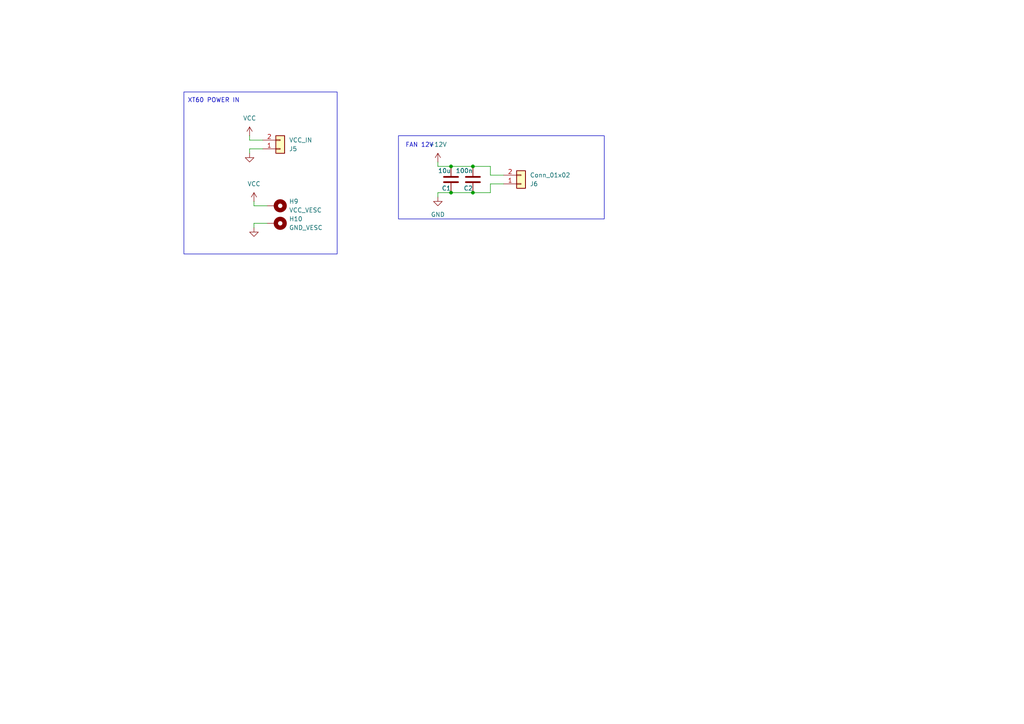
<source format=kicad_sch>
(kicad_sch (version 20250114) (generator "eeschema") (generator_version "9.0")
  (paper "A4")
  (lib_symbols
    (symbol "Connector_Generic:Conn_01x02" (pin_names (offset 1.016) (hide yes))
      (property "Reference" "J" (at 0 2.54 0))
      (property "Value" "Conn_01x02" (at 0 -5.08 0))
      (symbol "Conn_01x02_1_1"
        (rectangle (start -1.27 1.27) (end 1.27 -3.81) (stroke (width 0.254)) (fill (type background)))
        (rectangle (start -1.27 0.127) (end 0 -0.127) (stroke (width 0.1524)))
        (rectangle (start -1.27 -2.413) (end 0 -2.667) (stroke (width 0.1524)))
        (pin passive line (at -5.08 0 0) (length 3.81) (name "Pin_1") (number "1"))
        (pin passive line (at -5.08 -2.54 0) (length 3.81) (name "Pin_2") (number "2"))
      )
    )
    (symbol "Device:C" (pin_numbers (hide yes)) (pin_names (offset 0.254))
      (property "Reference" "C" (at 0.635 2.54 0))
      (property "Value" "C" (at 0.635 -2.54 0))
      (symbol "C_0_1"
        (polyline (pts (xy -2.032 0.762) (xy 2.032 0.762)) (stroke (width 0.508)))
        (polyline (pts (xy -2.032 -0.762) (xy 2.032 -0.762)) (stroke (width 0.508)))
      )
      (symbol "C_1_1"
        (pin passive line (at 0 3.81 270) (length 2.794) (name "~") (number "1"))
        (pin passive line (at 0 -3.81 90) (length 2.794) (name "~") (number "2"))
      )
    )
    (symbol "Mechanical:MountingHole_Pad" (pin_numbers (hide yes)) (pin_names (offset 1.016) (hide yes)) (exclude_from_sim yes) (in_bom no)
      (property "Reference" "H" (at 0 6.35 0))
      (property "Value" "MountingHole_Pad" (at 0 4.445 0))
      (symbol "MountingHole_Pad_0_1"
        (circle (center 0 1.27) (radius 1.27) (stroke (width 1.27)))
      )
      (symbol "MountingHole_Pad_1_1"
        (pin input line (at 0 -2.54 90) (length 2.54) (name "1") (number "1"))
      )
    )
    (symbol "power:+12V" (power) (pin_numbers (hide yes)) (pin_names (offset 0) (hide yes))
      (property "Value" "+12V" (at 0 3.556 0))
      (symbol "+12V_0_1"
        (polyline (pts (xy -0.762 1.27) (xy 0 2.54)))
        (polyline (pts (xy 0 2.54) (xy 0.762 1.27)))
        (polyline (pts (xy 0 0) (xy 0 2.54)))
      )
      (symbol "+12V_1_1"
        (pin power_in line (at 0 0 90) (length 0) (name "~") (number "1"))
      )
    )
    (symbol "power:GND" (power) (pin_names (offset 0))
      (property "Value" "GND" (at 0 -3.81 0))
      (symbol "GND_0_1"
        (polyline (pts (xy 0 0) (xy 0 -1.27) (xy 1.27 -1.27) (xy 0 -2.54) (xy -1.27 -1.27) (xy 0 -1.27)))
      )
      (symbol "GND_1_1"
        (pin power_in line (at 0 0 270) (length 0) (hide yes) (name "GND") (number "1"))
      )
    )
    (symbol "power:VCC" (power) (pin_numbers (hide yes)) (pin_names (offset 0) (hide yes))
      (property "Value" "VCC" (at 0 3.556 0))
      (symbol "VCC_0_1"
        (polyline (pts (xy -0.762 1.27) (xy 0 2.54)))
        (polyline (pts (xy 0 2.54) (xy 0.762 1.27)))
        (polyline (pts (xy 0 0) (xy 0 2.54)))
      )
      (symbol "VCC_1_1"
        (pin power_in line (at 0 0 90) (length 0) (name "~") (number "1"))
      )
    )
  )
  (rectangle (start 115.57 39.37) (end 175.26 63.5))
  (rectangle (start 53.34 26.67) (end 97.79 73.66))
  (text "FAN 12V\n" (at 121.666 42.164 0) (effects (font (size 1.27 1.27))))
  (text "XT60 POWER IN\n" (at 61.976 29.21 0) (effects (font (size 1.27 1.27))))
  (junction (at 137.16 48.26))
  (junction (at 130.81 55.88))
  (junction (at 130.81 48.26))
  (junction (at 137.16 55.88))
  (wire (pts (xy 130.81 55.88) (xy 137.16 55.88)))
  (wire (pts (xy 142.24 53.34) (xy 146.05 53.34)))
  (wire (pts (xy 73.66 66.04) (xy 73.66 64.77)))
  (wire (pts (xy 142.24 48.26) (xy 142.24 50.8)))
  (wire (pts (xy 137.16 55.88) (xy 142.24 55.88)))
  (wire (pts (xy 127 55.88) (xy 130.81 55.88)))
  (wire (pts (xy 142.24 55.88) (xy 142.24 53.34)))
  (wire (pts (xy 127 48.26) (xy 130.81 48.26)))
  (wire (pts (xy 72.39 44.45) (xy 72.39 43.18)))
  (wire (pts (xy 130.81 48.26) (xy 137.16 48.26)))
  (wire (pts (xy 127 55.88) (xy 127 57.15)))
  (wire (pts (xy 73.66 58.42) (xy 73.66 59.69)))
  (wire (pts (xy 73.66 64.77) (xy 77.47 64.77)))
  (wire (pts (xy 142.24 50.8) (xy 146.05 50.8)))
  (wire (pts (xy 72.39 43.18) (xy 76.2 43.18)))
  (wire (pts (xy 127 46.99) (xy 127 48.26)))
  (wire (pts (xy 72.39 40.64) (xy 76.2 40.64)))
  (wire (pts (xy 137.16 48.26) (xy 142.24 48.26)))
  (wire (pts (xy 73.66 59.69) (xy 77.47 59.69)))
  (wire (pts (xy 72.39 39.37) (xy 72.39 40.64)))
  (symbol (lib_id "Mechanical:MountingHole_Pad") (at 80.01 59.69 270) (unit 1) (exclude_from_sim yes) (in_bom no)
    (property "Reference" "H9" (at 83.82 58.4199 90) (effects (justify left)))
    (property "Value" "VCC_VESC" (at 83.82 60.9599 90) (effects (justify left)))
    (property "Footprint" "MountingHole:MountingHole_4mm_Pad_Via" (effects (hide yes)))
    (property "Description" "Mounting Hole with connection" (effects (hide yes)))
  )
  (symbol (lib_id "power:GND") (at 73.66 66.04 0) (unit 1)
    (property "Reference" "#PWR018" (effects (hide yes)))
    (property "Value" "GND" (effects (hide yes)))
  )
  (symbol (lib_id "Connector_Generic:Conn_01x02") (at 81.28 43.18 0) (mirror x) (unit 1)
    (property "Reference" "J5" (at 83.82 43.1801 0) (effects (justify left)))
    (property "Value" "VCC_IN" (at 83.82 40.6401 0) (effects (justify left)))
    (property "Footprint" "Connector_AMASS:AMASS_XT60PW-M_1x02_P7.20mm_Horizontal" (effects (hide yes)))
    (property "Description" "Generic connector, single row, 01x02, script generated (kicad-library-utils/schlib/autogen/connector/)" (effects (hide yes)))
  )
  (symbol (lib_id "power:VCC") (at 73.66 58.42 0) (unit 1)
    (property "Reference" "#PWR017" (effects (hide yes)))
    (property "Value" "VCC" (at 73.66 53.34 0))
    (property "Description" "Power symbol creates a global label with name \"VCC\"" (effects (hide yes)))
  )
  (symbol (lib_id "power:GND") (at 72.39 44.45 0) (unit 1)
    (property "Reference" "#PWR016" (effects (hide yes)))
    (property "Value" "GND" (effects (hide yes)))
  )
  (symbol (lib_id "Mechanical:MountingHole_Pad") (at 80.01 64.77 270) (unit 1) (exclude_from_sim yes) (in_bom no)
    (property "Reference" "H10" (at 83.82 63.4999 90) (effects (justify left)))
    (property "Value" "GND_VESC" (at 83.82 66.0399 90) (effects (justify left)))
    (property "Footprint" "MountingHole:MountingHole_4mm_Pad_Via" (effects (hide yes)))
    (property "Description" "Mounting Hole with connection" (effects (hide yes)))
  )
  (symbol (lib_id "Device:C") (at 130.81 52.07 180) (unit 1)
    (property "Reference" "C1" (at 130.81 54.61 0) (effects (justify left)))
    (property "Value" "10u" (at 130.81 49.53 0) (effects (justify left)))
    (property "Footprint" "Capacitor_SMD:C_0603_1608Metric" (effects (hide yes)))
  )
  (symbol (lib_id "power:VCC") (at 72.39 39.37 0) (unit 1)
    (property "Reference" "#PWR015" (effects (hide yes)))
    (property "Value" "VCC" (at 72.39 34.29 0))
    (property "Description" "Power symbol creates a global label with name \"VCC\"" (effects (hide yes)))
  )
  (symbol (lib_id "Connector_Generic:Conn_01x02") (at 151.13 53.34 0) (mirror x) (unit 1)
    (property "Reference" "J6" (at 153.67 53.3401 0) (effects (justify left)))
    (property "Value" "Conn_01x02" (at 153.67 50.8001 0) (effects (justify left)))
    (property "Footprint" "Connector_JST:JST_XH_B2B-XH-A_1x02_P2.50mm_Vertical" (effects (hide yes)))
    (property "Description" "Generic connector, single row, 01x02, script generated (kicad-library-utils/schlib/autogen/connector/)" (effects (hide yes)))
  )
  (symbol (lib_id "power:+12V") (at 127 46.99 0) (unit 1)
    (property "Reference" "#PWR019" (effects (hide yes)))
    (property "Value" "+12V" (at 127 41.91 0))
    (property "Description" "Power symbol creates a global label with name \"+12V\"" (effects (hide yes)))
  )
  (symbol (lib_id "Device:C") (at 137.16 52.07 180) (unit 1)
    (property "Reference" "C2" (at 137.16 54.61 0) (effects (justify left)))
    (property "Value" "100n" (at 137.16 49.53 0) (effects (justify left)))
    (property "Footprint" "Capacitor_SMD:C_0402_1005Metric" (effects (hide yes)))
  )
  (symbol (lib_id "power:GND") (at 127 57.15 0) (unit 1)
    (property "Reference" "#PWR020" (effects (hide yes)))
    (property "Value" "GND" (at 127 62.23 0))
    (property "Description" "Power symbol creates a global label with name \"GND\" , ground" (effects (hide yes)))
  )
)
</source>
